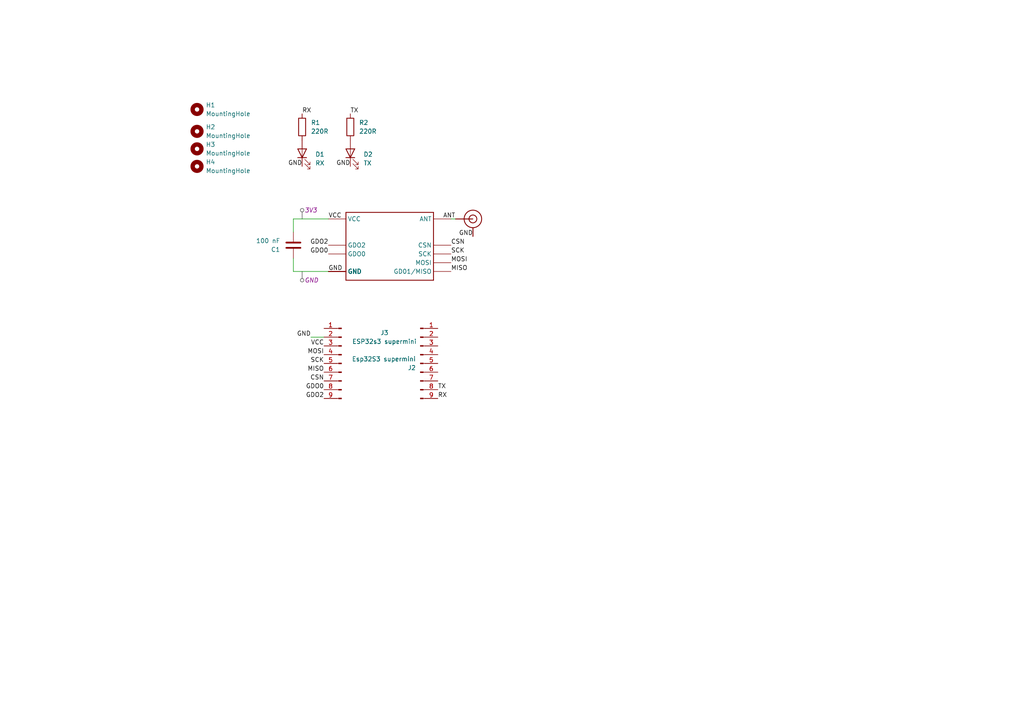
<source format=kicad_sch>
(kicad_sch (version 20231120) (generator "eeschema") (generator_version "8.0")
  (paper "A4")
  (lib_symbols
    (symbol "CC1101-E07-PI-eagle-import:ANTENNASMA"
      (symbol "ANTENNASMA_1_0"
        (circle (center 0 0) (radius 1.1359) (stroke (width 0.254)))
        (circle (center 0 0) (radius 2.54) (stroke (width 0.254)))
        (pin bidirectional line (at -5.08 0 0) (length 5.08) (name "ANT") (number "ANT0"))
        (pin bidirectional line (at -5.08 0 0) (length 5.08) (name "ANT") (number "ANT1"))
        (pin bidirectional line (at -5.08 0 0) (length 5.08) (name "ANT") (number "ANT2"))
        (pin bidirectional line (at 0 -5.08 90) (length 2.54) (name "GND") (number "GND3"))
        (pin bidirectional line (at 0 -5.08 90) (length 2.54) (name "GND") (number "GND4"))
        (pin bidirectional line (at 0 -5.08 90) (length 2.54) (name "GND") (number "GND5"))
        (pin bidirectional line (at 0 -5.08 90) (length 2.54) (name "GND") (number "GND6"))
      )
    )
    (symbol "CC1101-E07-PI-eagle-import:E07-900M10S"
      (symbol "E07-900M10S_1_0"
        (polyline (pts (xy -12.7 -10.16) (xy -12.7 9.525)) (stroke (width 0.254)))
        (polyline (pts (xy -12.7 9.525) (xy 12.7 9.525)) (stroke (width 0.254)))
        (polyline (pts (xy 12.7 -10.16) (xy -12.7 -10.16)) (stroke (width 0.254)))
        (polyline (pts (xy 12.7 9.525) (xy 12.7 -10.16)) (stroke (width 0.254)))
        (pin bidirectional line (at -17.78 -7.62 0) (length 5.08) (name "GND") (number "1"))
        (pin bidirectional line (at -17.78 -7.62 0) (length 5.08) (name "GND") (number "11"))
        (pin bidirectional line (at -17.78 -7.62 0) (length 5.08) (name "GND") (number "12"))
        (pin bidirectional line (at -17.78 0 0) (length 5.08) (name "GDO2") (number "14"))
        (pin bidirectional line (at -17.78 -2.54 0) (length 5.08) (name "GDO0") (number "15"))
        (pin bidirectional line (at 17.78 -7.62 180) (length 5.08) (name "GD01/MISO") (number "16"))
        (pin bidirectional line (at 17.78 -5.08 180) (length 5.08) (name "MOSI") (number "17"))
        (pin bidirectional line (at 17.78 -2.54 180) (length 5.08) (name "SCK") (number "18"))
        (pin bidirectional line (at 17.78 0 180) (length 5.08) (name "CSN") (number "19"))
        (pin bidirectional line (at -17.78 -7.62 0) (length 5.08) (name "GND") (number "2"))
        (pin bidirectional line (at -17.78 -7.62 0) (length 5.08) (name "GND") (number "20"))
        (pin bidirectional line (at 17.78 7.62 180) (length 5.08) (name "ANT") (number "21"))
        (pin bidirectional line (at -17.78 -7.62 0) (length 5.08) (name "GND") (number "22"))
        (pin bidirectional line (at -17.78 -7.62 0) (length 5.08) (name "GND") (number "3"))
        (pin bidirectional line (at -17.78 -7.62 0) (length 5.08) (name "GND") (number "4"))
        (pin bidirectional line (at -17.78 -7.62 0) (length 5.08) (name "GND") (number "5"))
        (pin bidirectional line (at -17.78 7.62 0) (length 5.08) (name "VCC") (number "9"))
      )
    )
    (symbol "Connector:Conn_01x09_Pin" (pin_names (offset 1.016) hide)
      (property "Reference" "J" (at 0 12.7 0))
      (property "Value" "Conn_01x09_Pin" (at 0 -12.7 0))
      (symbol "Conn_01x09_Pin_1_1"
        (polyline (pts (xy 1.27 -10.16) (xy 0.8636 -10.16)) (stroke (width 0.1524)))
        (polyline (pts (xy 1.27 -7.62) (xy 0.8636 -7.62)) (stroke (width 0.1524)))
        (polyline (pts (xy 1.27 -5.08) (xy 0.8636 -5.08)) (stroke (width 0.1524)))
        (polyline (pts (xy 1.27 -2.54) (xy 0.8636 -2.54)) (stroke (width 0.1524)))
        (polyline (pts (xy 1.27 0) (xy 0.8636 0)) (stroke (width 0.1524)))
        (polyline (pts (xy 1.27 2.54) (xy 0.8636 2.54)) (stroke (width 0.1524)))
        (polyline (pts (xy 1.27 5.08) (xy 0.8636 5.08)) (stroke (width 0.1524)))
        (polyline (pts (xy 1.27 7.62) (xy 0.8636 7.62)) (stroke (width 0.1524)))
        (polyline (pts (xy 1.27 10.16) (xy 0.8636 10.16)) (stroke (width 0.1524)))
        (rectangle (start 0.8636 -10.033) (end 0 -10.287) (stroke (width 0.1524)) (fill (type outline)))
        (rectangle (start 0.8636 -7.493) (end 0 -7.747) (stroke (width 0.1524)) (fill (type outline)))
        (rectangle (start 0.8636 -4.953) (end 0 -5.207) (stroke (width 0.1524)) (fill (type outline)))
        (rectangle (start 0.8636 -2.413) (end 0 -2.667) (stroke (width 0.1524)) (fill (type outline)))
        (rectangle (start 0.8636 0.127) (end 0 -0.127) (stroke (width 0.1524)) (fill (type outline)))
        (rectangle (start 0.8636 2.667) (end 0 2.413) (stroke (width 0.1524)) (fill (type outline)))
        (rectangle (start 0.8636 5.207) (end 0 4.953) (stroke (width 0.1524)) (fill (type outline)))
        (rectangle (start 0.8636 7.747) (end 0 7.493) (stroke (width 0.1524)) (fill (type outline)))
        (rectangle (start 0.8636 10.287) (end 0 10.033) (stroke (width 0.1524)) (fill (type outline)))
        (pin passive line (at 5.08 10.16 180) (length 3.81) (name "Pin_1") (number "1"))
        (pin passive line (at 5.08 7.62 180) (length 3.81) (name "Pin_2") (number "2"))
        (pin passive line (at 5.08 5.08 180) (length 3.81) (name "Pin_3") (number "3"))
        (pin passive line (at 5.08 2.54 180) (length 3.81) (name "Pin_4") (number "4"))
        (pin passive line (at 5.08 0 180) (length 3.81) (name "Pin_5") (number "5"))
        (pin passive line (at 5.08 -2.54 180) (length 3.81) (name "Pin_6") (number "6"))
        (pin passive line (at 5.08 -5.08 180) (length 3.81) (name "Pin_7") (number "7"))
        (pin passive line (at 5.08 -7.62 180) (length 3.81) (name "Pin_8") (number "8"))
        (pin passive line (at 5.08 -10.16 180) (length 3.81) (name "Pin_9") (number "9"))
      )
    )
    (symbol "Device:C" (pin_numbers hide) (pin_names (offset 0.254))
      (property "Reference" "C" (at 0.635 2.54 0))
      (property "Value" "C" (at 0.635 -2.54 0))
      (symbol "C_0_1"
        (polyline (pts (xy -2.032 -0.762) (xy 2.032 -0.762)) (stroke (width 0.508)))
        (polyline (pts (xy -2.032 0.762) (xy 2.032 0.762)) (stroke (width 0.508)))
      )
      (symbol "C_1_1"
        (pin passive line (at 0 3.81 270) (length 2.794) (name "~") (number "1"))
        (pin passive line (at 0 -3.81 90) (length 2.794) (name "~") (number "2"))
      )
    )
    (symbol "Device:LED" (pin_numbers hide) (pin_names (offset 1.016) hide)
      (property "Reference" "D" (at 0 2.54 0))
      (property "Value" "LED" (at 0 -2.54 0))
      (symbol "LED_0_1"
        (polyline (pts (xy -1.27 -1.27) (xy -1.27 1.27)) (stroke (width 0.254)))
        (polyline (pts (xy -1.27 0) (xy 1.27 0)))
        (polyline (pts (xy 1.27 -1.27) (xy 1.27 1.27) (xy -1.27 0) (xy 1.27 -1.27)) (stroke (width 0.254)))
        (polyline (pts (xy -3.048 -0.762) (xy -4.572 -2.286) (xy -3.81 -2.286) (xy -4.572 -2.286) (xy -4.572 -1.524)))
        (polyline (pts (xy -1.778 -0.762) (xy -3.302 -2.286) (xy -2.54 -2.286) (xy -3.302 -2.286) (xy -3.302 -1.524)))
      )
      (symbol "LED_1_1"
        (pin passive line (at -3.81 0 0) (length 2.54) (name "K") (number "1"))
        (pin passive line (at 3.81 0 180) (length 2.54) (name "A") (number "2"))
      )
    )
    (symbol "Device:R" (pin_numbers hide) (pin_names (offset 0))
      (property "Reference" "R" (at 2.032 0 90))
      (property "Value" "R" (at 0 0 90))
      (symbol "R_0_1"
        (rectangle (start -1.016 -2.54) (end 1.016 2.54) (stroke (width 0.254)))
      )
      (symbol "R_1_1"
        (pin passive line (at 0 3.81 270) (length 1.27) (name "~") (number "1"))
        (pin passive line (at 0 -3.81 90) (length 1.27) (name "~") (number "2"))
      )
    )
    (symbol "Mechanical:MountingHole" (pin_names (offset 1.016)) (exclude_from_sim yes) (in_bom no)
      (property "Reference" "H" (at 0 5.08 0))
      (property "Value" "MountingHole" (at 0 3.175 0))
      (symbol "MountingHole_0_1"
        (circle (center 0 0) (radius 1.27) (stroke (width 1.27)))
      )
    )
  )
  (wire (pts (xy 95.25 63.5) (xy 85.09 63.5)))
  (wire (pts (xy 90.17 97.79) (xy 93.98 97.79)))
  (wire (pts (xy 130.81 63.5) (xy 132.08 63.5)))
  (wire (pts (xy 85.09 78.74) (xy 95.25 78.74)))
  (wire (pts (xy 85.09 74.93) (xy 85.09 78.74)))
  (wire (pts (xy 85.09 63.5) (xy 85.09 67.31)))
  (label "VCC" (at 95.25 63.5 0))
  (label "GDO0" (at 93.98 113.03 180))
  (label "GDO2" (at 93.98 115.57 180))
  (label "SCK" (at 93.98 105.41 180))
  (label "GDO2" (at 95.25 71.12 180))
  (label "TX" (at 127 113.03 0))
  (label "TX" (at 101.6 33.02 0))
  (label "CSN" (at 130.81 71.12 0))
  (label "ANT" (at 132.08 63.5 180))
  (label "GND" (at 95.25 78.74 0))
  (label "RX" (at 87.63 33.02 0))
  (label "SCK" (at 130.81 73.66 0))
  (label "MOSI" (at 130.81 76.2 0))
  (label "RX" (at 127 115.57 0))
  (label "GND" (at 90.17 97.79 180))
  (label "GND" (at 87.63 48.26 180))
  (label "MISO" (at 130.81 78.74 0))
  (label "VCC" (at 93.98 100.33 180))
  (label "CSN" (at 93.98 110.49 180))
  (label "GDO0" (at 95.25 73.66 180))
  (label "MOSI" (at 93.98 102.87 180))
  (label "GND" (at 137.16 68.58 180))
  (label "GND" (at 101.6 48.26 180))
  (label "MISO" (at 93.98 107.95 180))
  (netclass_flag "" (length 2.54) (shape round) (at 87.63 78.74 180) (property "Netclass" "GND" (at 88.3285 81.28 0) (effects (font (italic yes)) (justify left))))
  (netclass_flag "" (length 2.54) (shape round) (at 87.63 63.5 0) (property "Netclass" "3V3" (at 88.3285 60.96 0) (effects (font (italic yes)) (justify left))))
  (symbol (lib_id "Mechanical:MountingHole") (at 57.15 48.26 0) (unit 1) (exclude_from_sim yes) (in_bom no)
    (property "Reference" "H4" (at 59.69 46.9899 0) (effects (justify left)))
    (property "Value" "MountingHole" (at 59.69 49.5299 0) (effects (justify left)))
    (property "Footprint" "MountingHole:MountingHole_3.2mm_M3" (effects (hide yes)))
    (property "Description" "Mounting Hole without connection" (effects (hide yes)))
  )
  (symbol (lib_id "Mechanical:MountingHole") (at 57.15 38.1 0) (unit 1) (exclude_from_sim yes) (in_bom no)
    (property "Reference" "H2" (at 59.69 36.8299 0) (effects (justify left)))
    (property "Value" "MountingHole" (at 59.69 39.3699 0) (effects (justify left)))
    (property "Footprint" "MountingHole:MountingHole_3.2mm_M3" (effects (hide yes)))
    (property "Description" "Mounting Hole without connection" (effects (hide yes)))
  )
  (symbol (lib_id "Device:R") (at 87.63 36.83 0) (unit 1)
    (property "Reference" "R1" (at 90.17 35.5599 0) (effects (justify left)))
    (property "Value" "220R" (at 90.17 38.0999 0) (effects (justify left)))
    (property "Footprint" "Resistor_SMD:R_1206_3216Metric_Pad1.30x1.75mm_HandSolder" (effects (hide yes)))
    (property "Description" "Resistor" (effects (hide yes)))
  )
  (symbol (lib_id "CC1101-E07-PI-eagle-import:E07-900M10S") (at 113.03 71.12 0) (unit 1)
    (property "Reference" "1" (effects (hide yes)))
    (property "Footprint" "CC1101-E07-PI:E07-900M10S" (effects (hide yes)))
  )
  (symbol (lib_id "Device:R") (at 101.6 36.83 0) (unit 1)
    (property "Reference" "R2" (at 104.14 35.5599 0) (effects (justify left)))
    (property "Value" "220R" (at 104.14 38.0999 0) (effects (justify left)))
    (property "Footprint" "Resistor_SMD:R_1206_3216Metric_Pad1.30x1.75mm_HandSolder" (effects (hide yes)))
    (property "Description" "Resistor" (effects (hide yes)))
  )
  (symbol (lib_id "Mechanical:MountingHole") (at 57.15 43.18 0) (unit 1) (exclude_from_sim yes) (in_bom no)
    (property "Reference" "H3" (at 59.69 41.9099 0) (effects (justify left)))
    (property "Value" "MountingHole" (at 59.69 44.4499 0) (effects (justify left)))
    (property "Footprint" "MountingHole:MountingHole_3.2mm_M3" (effects (hide yes)))
    (property "Description" "Mounting Hole without connection" (effects (hide yes)))
  )
  (symbol (lib_id "Device:LED") (at 87.63 44.45 90) (unit 1)
    (property "Reference" "D1" (at 91.44 44.7674 90) (effects (justify right)))
    (property "Value" "RX" (at 91.44 47.3074 90) (effects (justify right)))
    (property "Footprint" "LED_SMD:LED_1206_3216Metric_Pad1.42x1.75mm_HandSolder" (effects (hide yes)))
    (property "Description" "Light emitting diode" (effects (hide yes)))
  )
  (symbol (lib_id "Connector:Conn_01x09_Pin") (at 121.92 105.41 0) (unit 1)
    (property "Reference" "J2" (at 120.65 106.6801 0) (effects (justify right)))
    (property "Value" "Esp32S3 supermini" (at 120.65 104.1401 0) (effects (justify right)))
    (property "Footprint" "Connector_PinSocket_2.54mm:PinSocket_1x09_P2.54mm_Vertical" (effects (hide yes)))
    (property "Description" "Generic connector, single row, 01x09, script generated" (effects (hide yes)))
  )
  (symbol (lib_id "Device:C") (at 85.09 71.12 180) (unit 1)
    (property "Reference" "C1" (at 81.28 72.3901 0) (effects (justify left)))
    (property "Value" "100 nF" (at 81.28 69.8501 0) (effects (justify left)))
    (property "Footprint" "Capacitor_SMD:C_1206_3216Metric_Pad1.33x1.80mm_HandSolder" (effects (hide yes)))
    (property "Description" "Unpolarized capacitor" (effects (hide yes)))
  )
  (symbol (lib_id "Mechanical:MountingHole") (at 57.15 31.75 0) (unit 1) (exclude_from_sim yes) (in_bom no)
    (property "Reference" "H1" (at 59.69 30.4799 0) (effects (justify left)))
    (property "Value" "MountingHole" (at 59.69 33.0199 0) (effects (justify left)))
    (property "Footprint" "MountingHole:MountingHole_3.2mm_M3" (effects (hide yes)))
    (property "Description" "Mounting Hole without connection" (effects (hide yes)))
  )
  (symbol (lib_id "CC1101-E07-PI-eagle-import:ANTENNASMA") (at 137.16 63.5 0) (unit 1)
    (property "Reference" "J$1" (effects (hide yes)))
    (property "Footprint" "CC1101-E07-PI:SMA_PAD" (effects (hide yes)))
    (property "Description" "SMA Antenna Connector End launch SMA connector. The paste layer has been removed so that the connector can be hand soldered onto the board after reflow." (effects (hide yes)))
  )
  (symbol (lib_id "Connector:Conn_01x09_Pin") (at 99.06 105.41 0) (mirror y) (unit 1)
    (property "Reference" "J3" (at 111.506 96.52 0))
    (property "Value" "ESP32s3 supermini" (at 111.506 99.06 0))
    (property "Footprint" "Connector_PinSocket_2.54mm:PinSocket_1x09_P2.54mm_Vertical" (effects (hide yes)))
    (property "Description" "Generic connector, single row, 01x09, script generated" (effects (hide yes)))
  )
  (symbol (lib_id "Device:LED") (at 101.6 44.45 90) (unit 1)
    (property "Reference" "D2" (at 105.41 44.7674 90) (effects (justify right)))
    (property "Value" "TX" (at 105.41 47.3074 90) (effects (justify right)))
    (property "Footprint" "LED_SMD:LED_1206_3216Metric_Pad1.42x1.75mm_HandSolder" (effects (hide yes)))
    (property "Description" "Light emitting diode" (effects (hide yes)))
  )
)
</source>
